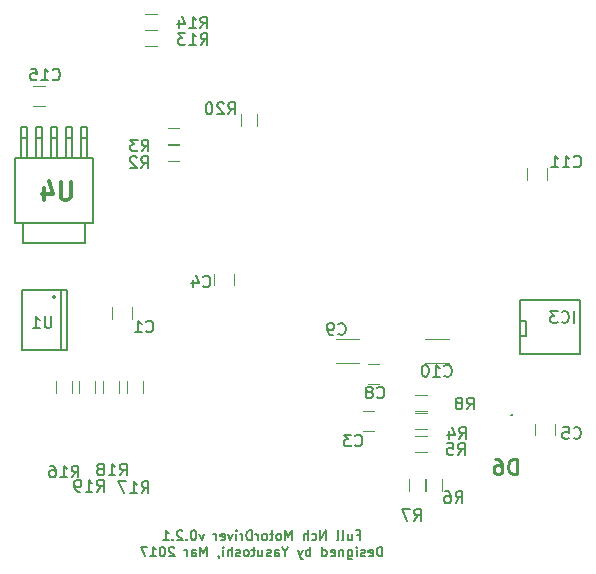
<source format=gbo>
G04 #@! TF.FileFunction,Legend,Bot*
%FSLAX46Y46*%
G04 Gerber Fmt 4.6, Leading zero omitted, Abs format (unit mm)*
G04 Created by KiCad (PCBNEW 4.0.5) date 04/04/17 09:28:52*
%MOMM*%
%LPD*%
G01*
G04 APERTURE LIST*
%ADD10C,0.100000*%
%ADD11C,0.150000*%
%ADD12C,0.254000*%
%ADD13C,0.120000*%
%ADD14C,0.304800*%
G04 APERTURE END LIST*
D10*
D11*
X199125589Y-92032343D02*
X199396522Y-92032343D01*
X199396522Y-92458095D02*
X199396522Y-91645295D01*
X199009475Y-91645295D01*
X198351493Y-91916229D02*
X198351493Y-92458095D01*
X198699836Y-91916229D02*
X198699836Y-92341981D01*
X198661131Y-92419390D01*
X198583722Y-92458095D01*
X198467608Y-92458095D01*
X198390198Y-92419390D01*
X198351493Y-92380686D01*
X197848332Y-92458095D02*
X197925741Y-92419390D01*
X197964446Y-92341981D01*
X197964446Y-91645295D01*
X197422580Y-92458095D02*
X197499989Y-92419390D01*
X197538694Y-92341981D01*
X197538694Y-91645295D01*
X196493666Y-92458095D02*
X196493666Y-91645295D01*
X196029209Y-92458095D01*
X196029209Y-91645295D01*
X195293818Y-92419390D02*
X195371228Y-92458095D01*
X195526047Y-92458095D01*
X195603456Y-92419390D01*
X195642161Y-92380686D01*
X195680866Y-92303276D01*
X195680866Y-92071048D01*
X195642161Y-91993638D01*
X195603456Y-91954933D01*
X195526047Y-91916229D01*
X195371228Y-91916229D01*
X195293818Y-91954933D01*
X194945475Y-92458095D02*
X194945475Y-91645295D01*
X194597132Y-92458095D02*
X194597132Y-92032343D01*
X194635837Y-91954933D01*
X194713247Y-91916229D01*
X194829361Y-91916229D01*
X194906770Y-91954933D01*
X194945475Y-91993638D01*
X193590809Y-92458095D02*
X193590809Y-91645295D01*
X193319876Y-92225867D01*
X193048943Y-91645295D01*
X193048943Y-92458095D01*
X192545781Y-92458095D02*
X192623190Y-92419390D01*
X192661895Y-92380686D01*
X192700600Y-92303276D01*
X192700600Y-92071048D01*
X192661895Y-91993638D01*
X192623190Y-91954933D01*
X192545781Y-91916229D01*
X192429667Y-91916229D01*
X192352257Y-91954933D01*
X192313552Y-91993638D01*
X192274848Y-92071048D01*
X192274848Y-92303276D01*
X192313552Y-92380686D01*
X192352257Y-92419390D01*
X192429667Y-92458095D01*
X192545781Y-92458095D01*
X192042619Y-91916229D02*
X191732981Y-91916229D01*
X191926505Y-91645295D02*
X191926505Y-92341981D01*
X191887800Y-92419390D01*
X191810391Y-92458095D01*
X191732981Y-92458095D01*
X191345934Y-92458095D02*
X191423343Y-92419390D01*
X191462048Y-92380686D01*
X191500753Y-92303276D01*
X191500753Y-92071048D01*
X191462048Y-91993638D01*
X191423343Y-91954933D01*
X191345934Y-91916229D01*
X191229820Y-91916229D01*
X191152410Y-91954933D01*
X191113705Y-91993638D01*
X191075001Y-92071048D01*
X191075001Y-92303276D01*
X191113705Y-92380686D01*
X191152410Y-92419390D01*
X191229820Y-92458095D01*
X191345934Y-92458095D01*
X190726658Y-92458095D02*
X190726658Y-91916229D01*
X190726658Y-92071048D02*
X190687953Y-91993638D01*
X190649249Y-91954933D01*
X190571839Y-91916229D01*
X190494430Y-91916229D01*
X190223496Y-92458095D02*
X190223496Y-91645295D01*
X190029972Y-91645295D01*
X189913858Y-91684000D01*
X189836449Y-91761410D01*
X189797744Y-91838819D01*
X189759039Y-91993638D01*
X189759039Y-92109752D01*
X189797744Y-92264571D01*
X189836449Y-92341981D01*
X189913858Y-92419390D01*
X190029972Y-92458095D01*
X190223496Y-92458095D01*
X189410696Y-92458095D02*
X189410696Y-91916229D01*
X189410696Y-92071048D02*
X189371991Y-91993638D01*
X189333287Y-91954933D01*
X189255877Y-91916229D01*
X189178468Y-91916229D01*
X188907534Y-92458095D02*
X188907534Y-91916229D01*
X188907534Y-91645295D02*
X188946239Y-91684000D01*
X188907534Y-91722705D01*
X188868829Y-91684000D01*
X188907534Y-91645295D01*
X188907534Y-91722705D01*
X188597896Y-91916229D02*
X188404372Y-92458095D01*
X188210848Y-91916229D01*
X187591572Y-92419390D02*
X187668982Y-92458095D01*
X187823801Y-92458095D01*
X187901210Y-92419390D01*
X187939915Y-92341981D01*
X187939915Y-92032343D01*
X187901210Y-91954933D01*
X187823801Y-91916229D01*
X187668982Y-91916229D01*
X187591572Y-91954933D01*
X187552867Y-92032343D01*
X187552867Y-92109752D01*
X187939915Y-92187162D01*
X187204524Y-92458095D02*
X187204524Y-91916229D01*
X187204524Y-92071048D02*
X187165819Y-91993638D01*
X187127115Y-91954933D01*
X187049705Y-91916229D01*
X186972296Y-91916229D01*
X186159496Y-91916229D02*
X185965972Y-92458095D01*
X185772448Y-91916229D01*
X185307991Y-91645295D02*
X185230582Y-91645295D01*
X185153172Y-91684000D01*
X185114467Y-91722705D01*
X185075763Y-91800114D01*
X185037058Y-91954933D01*
X185037058Y-92148457D01*
X185075763Y-92303276D01*
X185114467Y-92380686D01*
X185153172Y-92419390D01*
X185230582Y-92458095D01*
X185307991Y-92458095D01*
X185385401Y-92419390D01*
X185424105Y-92380686D01*
X185462810Y-92303276D01*
X185501515Y-92148457D01*
X185501515Y-91954933D01*
X185462810Y-91800114D01*
X185424105Y-91722705D01*
X185385401Y-91684000D01*
X185307991Y-91645295D01*
X184688715Y-92380686D02*
X184650010Y-92419390D01*
X184688715Y-92458095D01*
X184727420Y-92419390D01*
X184688715Y-92380686D01*
X184688715Y-92458095D01*
X184340372Y-91722705D02*
X184301667Y-91684000D01*
X184224258Y-91645295D01*
X184030734Y-91645295D01*
X183953324Y-91684000D01*
X183914620Y-91722705D01*
X183875915Y-91800114D01*
X183875915Y-91877524D01*
X183914620Y-91993638D01*
X184379077Y-92458095D01*
X183875915Y-92458095D01*
X183527572Y-92380686D02*
X183488867Y-92419390D01*
X183527572Y-92458095D01*
X183566277Y-92419390D01*
X183527572Y-92380686D01*
X183527572Y-92458095D01*
X182714772Y-92458095D02*
X183179229Y-92458095D01*
X182947000Y-92458095D02*
X182947000Y-91645295D01*
X183024410Y-91761410D01*
X183101819Y-91838819D01*
X183179229Y-91877524D01*
X201254350Y-93827295D02*
X201254350Y-93014495D01*
X201060826Y-93014495D01*
X200944712Y-93053200D01*
X200867303Y-93130610D01*
X200828598Y-93208019D01*
X200789893Y-93362838D01*
X200789893Y-93478952D01*
X200828598Y-93633771D01*
X200867303Y-93711181D01*
X200944712Y-93788590D01*
X201060826Y-93827295D01*
X201254350Y-93827295D01*
X200131912Y-93788590D02*
X200209322Y-93827295D01*
X200364141Y-93827295D01*
X200441550Y-93788590D01*
X200480255Y-93711181D01*
X200480255Y-93401543D01*
X200441550Y-93324133D01*
X200364141Y-93285429D01*
X200209322Y-93285429D01*
X200131912Y-93324133D01*
X200093207Y-93401543D01*
X200093207Y-93478952D01*
X200480255Y-93556362D01*
X199783569Y-93788590D02*
X199706159Y-93827295D01*
X199551340Y-93827295D01*
X199473931Y-93788590D01*
X199435226Y-93711181D01*
X199435226Y-93672476D01*
X199473931Y-93595067D01*
X199551340Y-93556362D01*
X199667455Y-93556362D01*
X199744864Y-93517657D01*
X199783569Y-93440248D01*
X199783569Y-93401543D01*
X199744864Y-93324133D01*
X199667455Y-93285429D01*
X199551340Y-93285429D01*
X199473931Y-93324133D01*
X199086883Y-93827295D02*
X199086883Y-93285429D01*
X199086883Y-93014495D02*
X199125588Y-93053200D01*
X199086883Y-93091905D01*
X199048178Y-93053200D01*
X199086883Y-93014495D01*
X199086883Y-93091905D01*
X198351492Y-93285429D02*
X198351492Y-93943410D01*
X198390197Y-94020819D01*
X198428902Y-94059524D01*
X198506311Y-94098229D01*
X198622426Y-94098229D01*
X198699835Y-94059524D01*
X198351492Y-93788590D02*
X198428902Y-93827295D01*
X198583721Y-93827295D01*
X198661130Y-93788590D01*
X198699835Y-93749886D01*
X198738540Y-93672476D01*
X198738540Y-93440248D01*
X198699835Y-93362838D01*
X198661130Y-93324133D01*
X198583721Y-93285429D01*
X198428902Y-93285429D01*
X198351492Y-93324133D01*
X197964445Y-93285429D02*
X197964445Y-93827295D01*
X197964445Y-93362838D02*
X197925740Y-93324133D01*
X197848331Y-93285429D01*
X197732217Y-93285429D01*
X197654807Y-93324133D01*
X197616102Y-93401543D01*
X197616102Y-93827295D01*
X196919417Y-93788590D02*
X196996827Y-93827295D01*
X197151646Y-93827295D01*
X197229055Y-93788590D01*
X197267760Y-93711181D01*
X197267760Y-93401543D01*
X197229055Y-93324133D01*
X197151646Y-93285429D01*
X196996827Y-93285429D01*
X196919417Y-93324133D01*
X196880712Y-93401543D01*
X196880712Y-93478952D01*
X197267760Y-93556362D01*
X196184026Y-93827295D02*
X196184026Y-93014495D01*
X196184026Y-93788590D02*
X196261436Y-93827295D01*
X196416255Y-93827295D01*
X196493664Y-93788590D01*
X196532369Y-93749886D01*
X196571074Y-93672476D01*
X196571074Y-93440248D01*
X196532369Y-93362838D01*
X196493664Y-93324133D01*
X196416255Y-93285429D01*
X196261436Y-93285429D01*
X196184026Y-93324133D01*
X195177703Y-93827295D02*
X195177703Y-93014495D01*
X195177703Y-93324133D02*
X195100294Y-93285429D01*
X194945475Y-93285429D01*
X194868065Y-93324133D01*
X194829360Y-93362838D01*
X194790656Y-93440248D01*
X194790656Y-93672476D01*
X194829360Y-93749886D01*
X194868065Y-93788590D01*
X194945475Y-93827295D01*
X195100294Y-93827295D01*
X195177703Y-93788590D01*
X194519723Y-93285429D02*
X194326199Y-93827295D01*
X194132675Y-93285429D02*
X194326199Y-93827295D01*
X194403608Y-94020819D01*
X194442313Y-94059524D01*
X194519723Y-94098229D01*
X193048942Y-93440248D02*
X193048942Y-93827295D01*
X193319875Y-93014495D02*
X193048942Y-93440248D01*
X192778009Y-93014495D01*
X192158732Y-93827295D02*
X192158732Y-93401543D01*
X192197437Y-93324133D01*
X192274847Y-93285429D01*
X192429666Y-93285429D01*
X192507075Y-93324133D01*
X192158732Y-93788590D02*
X192236142Y-93827295D01*
X192429666Y-93827295D01*
X192507075Y-93788590D01*
X192545780Y-93711181D01*
X192545780Y-93633771D01*
X192507075Y-93556362D01*
X192429666Y-93517657D01*
X192236142Y-93517657D01*
X192158732Y-93478952D01*
X191810390Y-93788590D02*
X191732980Y-93827295D01*
X191578161Y-93827295D01*
X191500752Y-93788590D01*
X191462047Y-93711181D01*
X191462047Y-93672476D01*
X191500752Y-93595067D01*
X191578161Y-93556362D01*
X191694276Y-93556362D01*
X191771685Y-93517657D01*
X191810390Y-93440248D01*
X191810390Y-93401543D01*
X191771685Y-93324133D01*
X191694276Y-93285429D01*
X191578161Y-93285429D01*
X191500752Y-93324133D01*
X190765361Y-93285429D02*
X190765361Y-93827295D01*
X191113704Y-93285429D02*
X191113704Y-93711181D01*
X191074999Y-93788590D01*
X190997590Y-93827295D01*
X190881476Y-93827295D01*
X190804066Y-93788590D01*
X190765361Y-93749886D01*
X190494428Y-93285429D02*
X190184790Y-93285429D01*
X190378314Y-93014495D02*
X190378314Y-93711181D01*
X190339609Y-93788590D01*
X190262200Y-93827295D01*
X190184790Y-93827295D01*
X189797743Y-93827295D02*
X189875152Y-93788590D01*
X189913857Y-93749886D01*
X189952562Y-93672476D01*
X189952562Y-93440248D01*
X189913857Y-93362838D01*
X189875152Y-93324133D01*
X189797743Y-93285429D01*
X189681629Y-93285429D01*
X189604219Y-93324133D01*
X189565514Y-93362838D01*
X189526810Y-93440248D01*
X189526810Y-93672476D01*
X189565514Y-93749886D01*
X189604219Y-93788590D01*
X189681629Y-93827295D01*
X189797743Y-93827295D01*
X189217172Y-93788590D02*
X189139762Y-93827295D01*
X188984943Y-93827295D01*
X188907534Y-93788590D01*
X188868829Y-93711181D01*
X188868829Y-93672476D01*
X188907534Y-93595067D01*
X188984943Y-93556362D01*
X189101058Y-93556362D01*
X189178467Y-93517657D01*
X189217172Y-93440248D01*
X189217172Y-93401543D01*
X189178467Y-93324133D01*
X189101058Y-93285429D01*
X188984943Y-93285429D01*
X188907534Y-93324133D01*
X188520486Y-93827295D02*
X188520486Y-93014495D01*
X188172143Y-93827295D02*
X188172143Y-93401543D01*
X188210848Y-93324133D01*
X188288258Y-93285429D01*
X188404372Y-93285429D01*
X188481781Y-93324133D01*
X188520486Y-93362838D01*
X187785096Y-93827295D02*
X187785096Y-93285429D01*
X187785096Y-93014495D02*
X187823801Y-93053200D01*
X187785096Y-93091905D01*
X187746391Y-93053200D01*
X187785096Y-93014495D01*
X187785096Y-93091905D01*
X187359343Y-93788590D02*
X187359343Y-93827295D01*
X187398048Y-93904705D01*
X187436753Y-93943410D01*
X186391724Y-93827295D02*
X186391724Y-93014495D01*
X186120791Y-93595067D01*
X185849858Y-93014495D01*
X185849858Y-93827295D01*
X185114467Y-93827295D02*
X185114467Y-93401543D01*
X185153172Y-93324133D01*
X185230582Y-93285429D01*
X185385401Y-93285429D01*
X185462810Y-93324133D01*
X185114467Y-93788590D02*
X185191877Y-93827295D01*
X185385401Y-93827295D01*
X185462810Y-93788590D01*
X185501515Y-93711181D01*
X185501515Y-93633771D01*
X185462810Y-93556362D01*
X185385401Y-93517657D01*
X185191877Y-93517657D01*
X185114467Y-93478952D01*
X184727420Y-93827295D02*
X184727420Y-93285429D01*
X184727420Y-93440248D02*
X184688715Y-93362838D01*
X184650011Y-93324133D01*
X184572601Y-93285429D01*
X184495192Y-93285429D01*
X183643687Y-93091905D02*
X183604982Y-93053200D01*
X183527573Y-93014495D01*
X183334049Y-93014495D01*
X183256639Y-93053200D01*
X183217935Y-93091905D01*
X183179230Y-93169314D01*
X183179230Y-93246724D01*
X183217935Y-93362838D01*
X183682392Y-93827295D01*
X183179230Y-93827295D01*
X182676068Y-93014495D02*
X182598659Y-93014495D01*
X182521249Y-93053200D01*
X182482544Y-93091905D01*
X182443840Y-93169314D01*
X182405135Y-93324133D01*
X182405135Y-93517657D01*
X182443840Y-93672476D01*
X182482544Y-93749886D01*
X182521249Y-93788590D01*
X182598659Y-93827295D01*
X182676068Y-93827295D01*
X182753478Y-93788590D01*
X182792182Y-93749886D01*
X182830887Y-93672476D01*
X182869592Y-93517657D01*
X182869592Y-93324133D01*
X182830887Y-93169314D01*
X182792182Y-93091905D01*
X182753478Y-93053200D01*
X182676068Y-93014495D01*
X181631040Y-93827295D02*
X182095497Y-93827295D01*
X181863268Y-93827295D02*
X181863268Y-93014495D01*
X181940678Y-93130610D01*
X182018087Y-93208019D01*
X182095497Y-93246724D01*
X181360107Y-93014495D02*
X180818240Y-93014495D01*
X181166583Y-93827295D01*
X212950000Y-76676000D02*
X218030000Y-76676000D01*
X218030000Y-76676000D02*
X218030000Y-72104000D01*
X218030000Y-72104000D02*
X212950000Y-72104000D01*
X212950000Y-72104000D02*
X212950000Y-76676000D01*
X212950000Y-75152000D02*
X213458000Y-75152000D01*
X213458000Y-75152000D02*
X213458000Y-73882000D01*
X213458000Y-73882000D02*
X212950000Y-73882000D01*
X173589000Y-71895000D02*
G75*
G03X173589000Y-71895000I-127000J0D01*
G01*
X174097000Y-71260000D02*
X174097000Y-76340000D01*
X170795000Y-71260000D02*
X170795000Y-76340000D01*
X174605000Y-71260000D02*
X174605000Y-76340000D01*
X174605000Y-71260000D02*
X170795000Y-71260000D01*
X174605000Y-76340000D02*
X170795000Y-76340000D01*
D12*
X212232000Y-81885000D02*
G75*
G03X212232000Y-81885000I-46000J0D01*
G01*
D13*
X214200000Y-83600000D02*
X214200000Y-82600000D01*
X215900000Y-82600000D02*
X215900000Y-83600000D01*
X204035000Y-81505000D02*
X205035000Y-81505000D01*
X205035000Y-80145000D02*
X204035000Y-80145000D01*
X205065000Y-83615000D02*
X204065000Y-83615000D01*
X204065000Y-84975000D02*
X205065000Y-84975000D01*
X204055000Y-83075000D02*
X205055000Y-83075000D01*
X205055000Y-81715000D02*
X204055000Y-81715000D01*
X213526000Y-61968000D02*
X213526000Y-60968000D01*
X215226000Y-60968000D02*
X215226000Y-61968000D01*
X206875000Y-77445000D02*
X204875000Y-77445000D01*
X204875000Y-75405000D02*
X206875000Y-75405000D01*
X197325000Y-75455000D02*
X199325000Y-75455000D01*
X199325000Y-77495000D02*
X197325000Y-77495000D01*
X201025000Y-79275000D02*
X200025000Y-79275000D01*
X200025000Y-77575000D02*
X201025000Y-77575000D01*
X176980000Y-80000000D02*
X176980000Y-79000000D01*
X175620000Y-79000000D02*
X175620000Y-80000000D01*
X178980000Y-80000000D02*
X178980000Y-79000000D01*
X177620000Y-79000000D02*
X177620000Y-80000000D01*
X180980000Y-80000000D02*
X180980000Y-79000000D01*
X179620000Y-79000000D02*
X179620000Y-80000000D01*
X174980000Y-80000000D02*
X174980000Y-79000000D01*
X173620000Y-79000000D02*
X173620000Y-80000000D01*
D11*
X170885000Y-65625000D02*
X170885000Y-67325000D01*
X170885000Y-67325000D02*
X176085000Y-67325000D01*
X176085000Y-67325000D02*
X176085000Y-65635000D01*
X170685000Y-60125000D02*
X170175000Y-60125000D01*
X170175000Y-60125000D02*
X170185000Y-65625000D01*
X170185000Y-65625000D02*
X176785000Y-65625000D01*
X176785000Y-65625000D02*
X176785000Y-60125000D01*
X176785000Y-60125000D02*
X176255000Y-60125000D01*
X175765000Y-58835000D02*
X175765000Y-60115000D01*
X174995000Y-58825000D02*
X174995000Y-60125000D01*
X174495000Y-58825000D02*
X174495000Y-60125000D01*
X173725000Y-58815000D02*
X173725000Y-60115000D01*
X173225000Y-58825000D02*
X173225000Y-60125000D01*
X172455000Y-58835000D02*
X172455000Y-60125000D01*
X171955000Y-58835000D02*
X171955000Y-60115000D01*
X171185000Y-58825000D02*
X171185000Y-60125000D01*
X170685000Y-58425000D02*
X170685000Y-60125000D01*
X170685000Y-60125000D02*
X176265000Y-60125000D01*
X176265000Y-60125000D02*
X176265000Y-58805000D01*
X176265000Y-58425000D02*
X176265000Y-58825000D01*
X175765000Y-58425000D02*
X175765000Y-58825000D01*
X176265000Y-57525000D02*
X176265000Y-58425000D01*
X175765000Y-57525000D02*
X176265000Y-57525000D01*
X175765000Y-58425000D02*
X175765000Y-57525000D01*
X175765000Y-58425000D02*
X176265000Y-58425000D01*
X173725000Y-58425000D02*
X173725000Y-58825000D01*
X173225000Y-58425000D02*
X173225000Y-58825000D01*
X173725000Y-57525000D02*
X173725000Y-58425000D01*
X173225000Y-57525000D02*
X173725000Y-57525000D01*
X173225000Y-58425000D02*
X173225000Y-57525000D01*
X173225000Y-58425000D02*
X173725000Y-58425000D01*
X174495000Y-58425000D02*
X174995000Y-58425000D01*
X174495000Y-58425000D02*
X174495000Y-57525000D01*
X174495000Y-57525000D02*
X174995000Y-57525000D01*
X174995000Y-57525000D02*
X174995000Y-58425000D01*
X174495000Y-58425000D02*
X174495000Y-58825000D01*
X174995000Y-58425000D02*
X174995000Y-58825000D01*
X172455000Y-58425000D02*
X172455000Y-58825000D01*
X171955000Y-58425000D02*
X171955000Y-58825000D01*
X172455000Y-57525000D02*
X172455000Y-58425000D01*
X171955000Y-57525000D02*
X172455000Y-57525000D01*
X171955000Y-58425000D02*
X171955000Y-57525000D01*
X171955000Y-58425000D02*
X172455000Y-58425000D01*
X170685000Y-58425000D02*
X171185000Y-58425000D01*
X170685000Y-58425000D02*
X170685000Y-57525000D01*
X170685000Y-57525000D02*
X171185000Y-57525000D01*
X171185000Y-57525000D02*
X171185000Y-58425000D01*
X170685000Y-58425000D02*
X170685000Y-58825000D01*
X171185000Y-58425000D02*
X171185000Y-58825000D01*
D13*
X182200000Y-47920000D02*
X181200000Y-47920000D01*
X181200000Y-49280000D02*
X182200000Y-49280000D01*
X182200000Y-49270000D02*
X181200000Y-49270000D01*
X181200000Y-50630000D02*
X182200000Y-50630000D01*
X204905000Y-88275000D02*
X204905000Y-87275000D01*
X203545000Y-87275000D02*
X203545000Y-88275000D01*
X206355000Y-88325000D02*
X206355000Y-87325000D01*
X204995000Y-87325000D02*
X204995000Y-88325000D01*
X184095000Y-57535000D02*
X183095000Y-57535000D01*
X183095000Y-58895000D02*
X184095000Y-58895000D01*
X184095000Y-59025000D02*
X183095000Y-59025000D01*
X183095000Y-60385000D02*
X184095000Y-60385000D01*
X172705000Y-55727000D02*
X171705000Y-55727000D01*
X171705000Y-54027000D02*
X172705000Y-54027000D01*
X187050000Y-70900000D02*
X187050000Y-69900000D01*
X188750000Y-69900000D02*
X188750000Y-70900000D01*
X199605000Y-81545000D02*
X200605000Y-81545000D01*
X200605000Y-83245000D02*
X199605000Y-83245000D01*
X180050000Y-72700000D02*
X180050000Y-73700000D01*
X178350000Y-73700000D02*
X178350000Y-72700000D01*
X189320000Y-56375000D02*
X189320000Y-57375000D01*
X190680000Y-57375000D02*
X190680000Y-56375000D01*
D11*
X217489190Y-74067381D02*
X217489190Y-73067381D01*
X216441571Y-73972143D02*
X216489190Y-74019762D01*
X216632047Y-74067381D01*
X216727285Y-74067381D01*
X216870143Y-74019762D01*
X216965381Y-73924524D01*
X217013000Y-73829286D01*
X217060619Y-73638810D01*
X217060619Y-73495952D01*
X217013000Y-73305476D01*
X216965381Y-73210238D01*
X216870143Y-73115000D01*
X216727285Y-73067381D01*
X216632047Y-73067381D01*
X216489190Y-73115000D01*
X216441571Y-73162619D01*
X216108238Y-73067381D02*
X215489190Y-73067381D01*
X215822524Y-73448333D01*
X215679666Y-73448333D01*
X215584428Y-73495952D01*
X215536809Y-73543571D01*
X215489190Y-73638810D01*
X215489190Y-73876905D01*
X215536809Y-73972143D01*
X215584428Y-74019762D01*
X215679666Y-74067381D01*
X215965381Y-74067381D01*
X216060619Y-74019762D01*
X216108238Y-73972143D01*
X173241905Y-73502381D02*
X173241905Y-74311905D01*
X173194286Y-74407143D01*
X173146667Y-74454762D01*
X173051429Y-74502381D01*
X172860952Y-74502381D01*
X172765714Y-74454762D01*
X172718095Y-74407143D01*
X172670476Y-74311905D01*
X172670476Y-73502381D01*
X171670476Y-74502381D02*
X172241905Y-74502381D01*
X171956191Y-74502381D02*
X171956191Y-73502381D01*
X172051429Y-73645238D01*
X172146667Y-73740476D01*
X172241905Y-73788095D01*
D12*
X212637381Y-86874524D02*
X212637381Y-85604524D01*
X212335000Y-85604524D01*
X212153572Y-85665000D01*
X212032619Y-85785952D01*
X211972143Y-85906905D01*
X211911667Y-86148810D01*
X211911667Y-86330238D01*
X211972143Y-86572143D01*
X212032619Y-86693095D01*
X212153572Y-86814048D01*
X212335000Y-86874524D01*
X212637381Y-86874524D01*
X210823095Y-85604524D02*
X211065000Y-85604524D01*
X211185952Y-85665000D01*
X211246429Y-85725476D01*
X211367381Y-85906905D01*
X211427857Y-86148810D01*
X211427857Y-86632619D01*
X211367381Y-86753571D01*
X211306905Y-86814048D01*
X211185952Y-86874524D01*
X210944048Y-86874524D01*
X210823095Y-86814048D01*
X210762619Y-86753571D01*
X210702143Y-86632619D01*
X210702143Y-86330238D01*
X210762619Y-86209286D01*
X210823095Y-86148810D01*
X210944048Y-86088333D01*
X211185952Y-86088333D01*
X211306905Y-86148810D01*
X211367381Y-86209286D01*
X211427857Y-86330238D01*
D11*
X217466666Y-83807143D02*
X217514285Y-83854762D01*
X217657142Y-83902381D01*
X217752380Y-83902381D01*
X217895238Y-83854762D01*
X217990476Y-83759524D01*
X218038095Y-83664286D01*
X218085714Y-83473810D01*
X218085714Y-83330952D01*
X218038095Y-83140476D01*
X217990476Y-83045238D01*
X217895238Y-82950000D01*
X217752380Y-82902381D01*
X217657142Y-82902381D01*
X217514285Y-82950000D01*
X217466666Y-82997619D01*
X216561904Y-82902381D02*
X217038095Y-82902381D01*
X217085714Y-83378571D01*
X217038095Y-83330952D01*
X216942857Y-83283333D01*
X216704761Y-83283333D01*
X216609523Y-83330952D01*
X216561904Y-83378571D01*
X216514285Y-83473810D01*
X216514285Y-83711905D01*
X216561904Y-83807143D01*
X216609523Y-83854762D01*
X216704761Y-83902381D01*
X216942857Y-83902381D01*
X217038095Y-83854762D01*
X217085714Y-83807143D01*
X208416666Y-81402381D02*
X208750000Y-80926190D01*
X208988095Y-81402381D02*
X208988095Y-80402381D01*
X208607142Y-80402381D01*
X208511904Y-80450000D01*
X208464285Y-80497619D01*
X208416666Y-80592857D01*
X208416666Y-80735714D01*
X208464285Y-80830952D01*
X208511904Y-80878571D01*
X208607142Y-80926190D01*
X208988095Y-80926190D01*
X207845238Y-80830952D02*
X207940476Y-80783333D01*
X207988095Y-80735714D01*
X208035714Y-80640476D01*
X208035714Y-80592857D01*
X207988095Y-80497619D01*
X207940476Y-80450000D01*
X207845238Y-80402381D01*
X207654761Y-80402381D01*
X207559523Y-80450000D01*
X207511904Y-80497619D01*
X207464285Y-80592857D01*
X207464285Y-80640476D01*
X207511904Y-80735714D01*
X207559523Y-80783333D01*
X207654761Y-80830952D01*
X207845238Y-80830952D01*
X207940476Y-80878571D01*
X207988095Y-80926190D01*
X208035714Y-81021429D01*
X208035714Y-81211905D01*
X207988095Y-81307143D01*
X207940476Y-81354762D01*
X207845238Y-81402381D01*
X207654761Y-81402381D01*
X207559523Y-81354762D01*
X207511904Y-81307143D01*
X207464285Y-81211905D01*
X207464285Y-81021429D01*
X207511904Y-80926190D01*
X207559523Y-80878571D01*
X207654761Y-80830952D01*
X207666666Y-85252381D02*
X208000000Y-84776190D01*
X208238095Y-85252381D02*
X208238095Y-84252381D01*
X207857142Y-84252381D01*
X207761904Y-84300000D01*
X207714285Y-84347619D01*
X207666666Y-84442857D01*
X207666666Y-84585714D01*
X207714285Y-84680952D01*
X207761904Y-84728571D01*
X207857142Y-84776190D01*
X208238095Y-84776190D01*
X206761904Y-84252381D02*
X207238095Y-84252381D01*
X207285714Y-84728571D01*
X207238095Y-84680952D01*
X207142857Y-84633333D01*
X206904761Y-84633333D01*
X206809523Y-84680952D01*
X206761904Y-84728571D01*
X206714285Y-84823810D01*
X206714285Y-85061905D01*
X206761904Y-85157143D01*
X206809523Y-85204762D01*
X206904761Y-85252381D01*
X207142857Y-85252381D01*
X207238095Y-85204762D01*
X207285714Y-85157143D01*
X207766666Y-83902381D02*
X208100000Y-83426190D01*
X208338095Y-83902381D02*
X208338095Y-82902381D01*
X207957142Y-82902381D01*
X207861904Y-82950000D01*
X207814285Y-82997619D01*
X207766666Y-83092857D01*
X207766666Y-83235714D01*
X207814285Y-83330952D01*
X207861904Y-83378571D01*
X207957142Y-83426190D01*
X208338095Y-83426190D01*
X206909523Y-83235714D02*
X206909523Y-83902381D01*
X207147619Y-82854762D02*
X207385714Y-83569048D01*
X206766666Y-83569048D01*
X217480857Y-60809143D02*
X217528476Y-60856762D01*
X217671333Y-60904381D01*
X217766571Y-60904381D01*
X217909429Y-60856762D01*
X218004667Y-60761524D01*
X218052286Y-60666286D01*
X218099905Y-60475810D01*
X218099905Y-60332952D01*
X218052286Y-60142476D01*
X218004667Y-60047238D01*
X217909429Y-59952000D01*
X217766571Y-59904381D01*
X217671333Y-59904381D01*
X217528476Y-59952000D01*
X217480857Y-59999619D01*
X216528476Y-60904381D02*
X217099905Y-60904381D01*
X216814191Y-60904381D02*
X216814191Y-59904381D01*
X216909429Y-60047238D01*
X217004667Y-60142476D01*
X217099905Y-60190095D01*
X215576095Y-60904381D02*
X216147524Y-60904381D01*
X215861810Y-60904381D02*
X215861810Y-59904381D01*
X215957048Y-60047238D01*
X216052286Y-60142476D01*
X216147524Y-60190095D01*
X206517857Y-78532143D02*
X206565476Y-78579762D01*
X206708333Y-78627381D01*
X206803571Y-78627381D01*
X206946429Y-78579762D01*
X207041667Y-78484524D01*
X207089286Y-78389286D01*
X207136905Y-78198810D01*
X207136905Y-78055952D01*
X207089286Y-77865476D01*
X207041667Y-77770238D01*
X206946429Y-77675000D01*
X206803571Y-77627381D01*
X206708333Y-77627381D01*
X206565476Y-77675000D01*
X206517857Y-77722619D01*
X205565476Y-78627381D02*
X206136905Y-78627381D01*
X205851191Y-78627381D02*
X205851191Y-77627381D01*
X205946429Y-77770238D01*
X206041667Y-77865476D01*
X206136905Y-77913095D01*
X204946429Y-77627381D02*
X204851190Y-77627381D01*
X204755952Y-77675000D01*
X204708333Y-77722619D01*
X204660714Y-77817857D01*
X204613095Y-78008333D01*
X204613095Y-78246429D01*
X204660714Y-78436905D01*
X204708333Y-78532143D01*
X204755952Y-78579762D01*
X204851190Y-78627381D01*
X204946429Y-78627381D01*
X205041667Y-78579762D01*
X205089286Y-78532143D01*
X205136905Y-78436905D01*
X205184524Y-78246429D01*
X205184524Y-78008333D01*
X205136905Y-77817857D01*
X205089286Y-77722619D01*
X205041667Y-77675000D01*
X204946429Y-77627381D01*
X197541666Y-74982143D02*
X197589285Y-75029762D01*
X197732142Y-75077381D01*
X197827380Y-75077381D01*
X197970238Y-75029762D01*
X198065476Y-74934524D01*
X198113095Y-74839286D01*
X198160714Y-74648810D01*
X198160714Y-74505952D01*
X198113095Y-74315476D01*
X198065476Y-74220238D01*
X197970238Y-74125000D01*
X197827380Y-74077381D01*
X197732142Y-74077381D01*
X197589285Y-74125000D01*
X197541666Y-74172619D01*
X197065476Y-75077381D02*
X196875000Y-75077381D01*
X196779761Y-75029762D01*
X196732142Y-74982143D01*
X196636904Y-74839286D01*
X196589285Y-74648810D01*
X196589285Y-74267857D01*
X196636904Y-74172619D01*
X196684523Y-74125000D01*
X196779761Y-74077381D01*
X196970238Y-74077381D01*
X197065476Y-74125000D01*
X197113095Y-74172619D01*
X197160714Y-74267857D01*
X197160714Y-74505952D01*
X197113095Y-74601190D01*
X197065476Y-74648810D01*
X196970238Y-74696429D01*
X196779761Y-74696429D01*
X196684523Y-74648810D01*
X196636904Y-74601190D01*
X196589285Y-74505952D01*
X200826666Y-80367143D02*
X200874285Y-80414762D01*
X201017142Y-80462381D01*
X201112380Y-80462381D01*
X201255238Y-80414762D01*
X201350476Y-80319524D01*
X201398095Y-80224286D01*
X201445714Y-80033810D01*
X201445714Y-79890952D01*
X201398095Y-79700476D01*
X201350476Y-79605238D01*
X201255238Y-79510000D01*
X201112380Y-79462381D01*
X201017142Y-79462381D01*
X200874285Y-79510000D01*
X200826666Y-79557619D01*
X200255238Y-79890952D02*
X200350476Y-79843333D01*
X200398095Y-79795714D01*
X200445714Y-79700476D01*
X200445714Y-79652857D01*
X200398095Y-79557619D01*
X200350476Y-79510000D01*
X200255238Y-79462381D01*
X200064761Y-79462381D01*
X199969523Y-79510000D01*
X199921904Y-79557619D01*
X199874285Y-79652857D01*
X199874285Y-79700476D01*
X199921904Y-79795714D01*
X199969523Y-79843333D01*
X200064761Y-79890952D01*
X200255238Y-79890952D01*
X200350476Y-79938571D01*
X200398095Y-79986190D01*
X200445714Y-80081429D01*
X200445714Y-80271905D01*
X200398095Y-80367143D01*
X200350476Y-80414762D01*
X200255238Y-80462381D01*
X200064761Y-80462381D01*
X199969523Y-80414762D01*
X199921904Y-80367143D01*
X199874285Y-80271905D01*
X199874285Y-80081429D01*
X199921904Y-79986190D01*
X199969523Y-79938571D01*
X200064761Y-79890952D01*
X177102857Y-88352381D02*
X177436191Y-87876190D01*
X177674286Y-88352381D02*
X177674286Y-87352381D01*
X177293333Y-87352381D01*
X177198095Y-87400000D01*
X177150476Y-87447619D01*
X177102857Y-87542857D01*
X177102857Y-87685714D01*
X177150476Y-87780952D01*
X177198095Y-87828571D01*
X177293333Y-87876190D01*
X177674286Y-87876190D01*
X176150476Y-88352381D02*
X176721905Y-88352381D01*
X176436191Y-88352381D02*
X176436191Y-87352381D01*
X176531429Y-87495238D01*
X176626667Y-87590476D01*
X176721905Y-87638095D01*
X175674286Y-88352381D02*
X175483810Y-88352381D01*
X175388571Y-88304762D01*
X175340952Y-88257143D01*
X175245714Y-88114286D01*
X175198095Y-87923810D01*
X175198095Y-87542857D01*
X175245714Y-87447619D01*
X175293333Y-87400000D01*
X175388571Y-87352381D01*
X175579048Y-87352381D01*
X175674286Y-87400000D01*
X175721905Y-87447619D01*
X175769524Y-87542857D01*
X175769524Y-87780952D01*
X175721905Y-87876190D01*
X175674286Y-87923810D01*
X175579048Y-87971429D01*
X175388571Y-87971429D01*
X175293333Y-87923810D01*
X175245714Y-87876190D01*
X175198095Y-87780952D01*
X179042857Y-86982381D02*
X179376191Y-86506190D01*
X179614286Y-86982381D02*
X179614286Y-85982381D01*
X179233333Y-85982381D01*
X179138095Y-86030000D01*
X179090476Y-86077619D01*
X179042857Y-86172857D01*
X179042857Y-86315714D01*
X179090476Y-86410952D01*
X179138095Y-86458571D01*
X179233333Y-86506190D01*
X179614286Y-86506190D01*
X178090476Y-86982381D02*
X178661905Y-86982381D01*
X178376191Y-86982381D02*
X178376191Y-85982381D01*
X178471429Y-86125238D01*
X178566667Y-86220476D01*
X178661905Y-86268095D01*
X177519048Y-86410952D02*
X177614286Y-86363333D01*
X177661905Y-86315714D01*
X177709524Y-86220476D01*
X177709524Y-86172857D01*
X177661905Y-86077619D01*
X177614286Y-86030000D01*
X177519048Y-85982381D01*
X177328571Y-85982381D01*
X177233333Y-86030000D01*
X177185714Y-86077619D01*
X177138095Y-86172857D01*
X177138095Y-86220476D01*
X177185714Y-86315714D01*
X177233333Y-86363333D01*
X177328571Y-86410952D01*
X177519048Y-86410952D01*
X177614286Y-86458571D01*
X177661905Y-86506190D01*
X177709524Y-86601429D01*
X177709524Y-86791905D01*
X177661905Y-86887143D01*
X177614286Y-86934762D01*
X177519048Y-86982381D01*
X177328571Y-86982381D01*
X177233333Y-86934762D01*
X177185714Y-86887143D01*
X177138095Y-86791905D01*
X177138095Y-86601429D01*
X177185714Y-86506190D01*
X177233333Y-86458571D01*
X177328571Y-86410952D01*
X180882857Y-88492381D02*
X181216191Y-88016190D01*
X181454286Y-88492381D02*
X181454286Y-87492381D01*
X181073333Y-87492381D01*
X180978095Y-87540000D01*
X180930476Y-87587619D01*
X180882857Y-87682857D01*
X180882857Y-87825714D01*
X180930476Y-87920952D01*
X180978095Y-87968571D01*
X181073333Y-88016190D01*
X181454286Y-88016190D01*
X179930476Y-88492381D02*
X180501905Y-88492381D01*
X180216191Y-88492381D02*
X180216191Y-87492381D01*
X180311429Y-87635238D01*
X180406667Y-87730476D01*
X180501905Y-87778095D01*
X179597143Y-87492381D02*
X178930476Y-87492381D01*
X179359048Y-88492381D01*
X174962857Y-87152381D02*
X175296191Y-86676190D01*
X175534286Y-87152381D02*
X175534286Y-86152381D01*
X175153333Y-86152381D01*
X175058095Y-86200000D01*
X175010476Y-86247619D01*
X174962857Y-86342857D01*
X174962857Y-86485714D01*
X175010476Y-86580952D01*
X175058095Y-86628571D01*
X175153333Y-86676190D01*
X175534286Y-86676190D01*
X174010476Y-87152381D02*
X174581905Y-87152381D01*
X174296191Y-87152381D02*
X174296191Y-86152381D01*
X174391429Y-86295238D01*
X174486667Y-86390476D01*
X174581905Y-86438095D01*
X173153333Y-86152381D02*
X173343810Y-86152381D01*
X173439048Y-86200000D01*
X173486667Y-86247619D01*
X173581905Y-86390476D01*
X173629524Y-86580952D01*
X173629524Y-86961905D01*
X173581905Y-87057143D01*
X173534286Y-87104762D01*
X173439048Y-87152381D01*
X173248571Y-87152381D01*
X173153333Y-87104762D01*
X173105714Y-87057143D01*
X173058095Y-86961905D01*
X173058095Y-86723810D01*
X173105714Y-86628571D01*
X173153333Y-86580952D01*
X173248571Y-86533333D01*
X173439048Y-86533333D01*
X173534286Y-86580952D01*
X173581905Y-86628571D01*
X173629524Y-86723810D01*
D14*
X174897143Y-62157429D02*
X174897143Y-63391143D01*
X174824571Y-63536286D01*
X174752000Y-63608857D01*
X174606857Y-63681429D01*
X174316571Y-63681429D01*
X174171429Y-63608857D01*
X174098857Y-63536286D01*
X174026286Y-63391143D01*
X174026286Y-62157429D01*
X172647429Y-62665429D02*
X172647429Y-63681429D01*
X173010286Y-62084857D02*
X173373143Y-63173429D01*
X172429715Y-63173429D01*
D11*
X185872857Y-49132381D02*
X186206191Y-48656190D01*
X186444286Y-49132381D02*
X186444286Y-48132381D01*
X186063333Y-48132381D01*
X185968095Y-48180000D01*
X185920476Y-48227619D01*
X185872857Y-48322857D01*
X185872857Y-48465714D01*
X185920476Y-48560952D01*
X185968095Y-48608571D01*
X186063333Y-48656190D01*
X186444286Y-48656190D01*
X184920476Y-49132381D02*
X185491905Y-49132381D01*
X185206191Y-49132381D02*
X185206191Y-48132381D01*
X185301429Y-48275238D01*
X185396667Y-48370476D01*
X185491905Y-48418095D01*
X184063333Y-48465714D02*
X184063333Y-49132381D01*
X184301429Y-48084762D02*
X184539524Y-48799048D01*
X183920476Y-48799048D01*
X185882857Y-50532381D02*
X186216191Y-50056190D01*
X186454286Y-50532381D02*
X186454286Y-49532381D01*
X186073333Y-49532381D01*
X185978095Y-49580000D01*
X185930476Y-49627619D01*
X185882857Y-49722857D01*
X185882857Y-49865714D01*
X185930476Y-49960952D01*
X185978095Y-50008571D01*
X186073333Y-50056190D01*
X186454286Y-50056190D01*
X184930476Y-50532381D02*
X185501905Y-50532381D01*
X185216191Y-50532381D02*
X185216191Y-49532381D01*
X185311429Y-49675238D01*
X185406667Y-49770476D01*
X185501905Y-49818095D01*
X184597143Y-49532381D02*
X183978095Y-49532381D01*
X184311429Y-49913333D01*
X184168571Y-49913333D01*
X184073333Y-49960952D01*
X184025714Y-50008571D01*
X183978095Y-50103810D01*
X183978095Y-50341905D01*
X184025714Y-50437143D01*
X184073333Y-50484762D01*
X184168571Y-50532381D01*
X184454286Y-50532381D01*
X184549524Y-50484762D01*
X184597143Y-50437143D01*
X203966666Y-90827381D02*
X204300000Y-90351190D01*
X204538095Y-90827381D02*
X204538095Y-89827381D01*
X204157142Y-89827381D01*
X204061904Y-89875000D01*
X204014285Y-89922619D01*
X203966666Y-90017857D01*
X203966666Y-90160714D01*
X204014285Y-90255952D01*
X204061904Y-90303571D01*
X204157142Y-90351190D01*
X204538095Y-90351190D01*
X203633333Y-89827381D02*
X202966666Y-89827381D01*
X203395238Y-90827381D01*
X207466666Y-89327381D02*
X207800000Y-88851190D01*
X208038095Y-89327381D02*
X208038095Y-88327381D01*
X207657142Y-88327381D01*
X207561904Y-88375000D01*
X207514285Y-88422619D01*
X207466666Y-88517857D01*
X207466666Y-88660714D01*
X207514285Y-88755952D01*
X207561904Y-88803571D01*
X207657142Y-88851190D01*
X208038095Y-88851190D01*
X206609523Y-88327381D02*
X206800000Y-88327381D01*
X206895238Y-88375000D01*
X206942857Y-88422619D01*
X207038095Y-88565476D01*
X207085714Y-88755952D01*
X207085714Y-89136905D01*
X207038095Y-89232143D01*
X206990476Y-89279762D01*
X206895238Y-89327381D01*
X206704761Y-89327381D01*
X206609523Y-89279762D01*
X206561904Y-89232143D01*
X206514285Y-89136905D01*
X206514285Y-88898810D01*
X206561904Y-88803571D01*
X206609523Y-88755952D01*
X206704761Y-88708333D01*
X206895238Y-88708333D01*
X206990476Y-88755952D01*
X207038095Y-88803571D01*
X207085714Y-88898810D01*
X180891666Y-59552381D02*
X181225000Y-59076190D01*
X181463095Y-59552381D02*
X181463095Y-58552381D01*
X181082142Y-58552381D01*
X180986904Y-58600000D01*
X180939285Y-58647619D01*
X180891666Y-58742857D01*
X180891666Y-58885714D01*
X180939285Y-58980952D01*
X180986904Y-59028571D01*
X181082142Y-59076190D01*
X181463095Y-59076190D01*
X180558333Y-58552381D02*
X179939285Y-58552381D01*
X180272619Y-58933333D01*
X180129761Y-58933333D01*
X180034523Y-58980952D01*
X179986904Y-59028571D01*
X179939285Y-59123810D01*
X179939285Y-59361905D01*
X179986904Y-59457143D01*
X180034523Y-59504762D01*
X180129761Y-59552381D01*
X180415476Y-59552381D01*
X180510714Y-59504762D01*
X180558333Y-59457143D01*
X180841666Y-60977381D02*
X181175000Y-60501190D01*
X181413095Y-60977381D02*
X181413095Y-59977381D01*
X181032142Y-59977381D01*
X180936904Y-60025000D01*
X180889285Y-60072619D01*
X180841666Y-60167857D01*
X180841666Y-60310714D01*
X180889285Y-60405952D01*
X180936904Y-60453571D01*
X181032142Y-60501190D01*
X181413095Y-60501190D01*
X180460714Y-60072619D02*
X180413095Y-60025000D01*
X180317857Y-59977381D01*
X180079761Y-59977381D01*
X179984523Y-60025000D01*
X179936904Y-60072619D01*
X179889285Y-60167857D01*
X179889285Y-60263095D01*
X179936904Y-60405952D01*
X180508333Y-60977381D01*
X179889285Y-60977381D01*
X173362857Y-53443143D02*
X173410476Y-53490762D01*
X173553333Y-53538381D01*
X173648571Y-53538381D01*
X173791429Y-53490762D01*
X173886667Y-53395524D01*
X173934286Y-53300286D01*
X173981905Y-53109810D01*
X173981905Y-52966952D01*
X173934286Y-52776476D01*
X173886667Y-52681238D01*
X173791429Y-52586000D01*
X173648571Y-52538381D01*
X173553333Y-52538381D01*
X173410476Y-52586000D01*
X173362857Y-52633619D01*
X172410476Y-53538381D02*
X172981905Y-53538381D01*
X172696191Y-53538381D02*
X172696191Y-52538381D01*
X172791429Y-52681238D01*
X172886667Y-52776476D01*
X172981905Y-52824095D01*
X171505714Y-52538381D02*
X171981905Y-52538381D01*
X172029524Y-53014571D01*
X171981905Y-52966952D01*
X171886667Y-52919333D01*
X171648571Y-52919333D01*
X171553333Y-52966952D01*
X171505714Y-53014571D01*
X171458095Y-53109810D01*
X171458095Y-53347905D01*
X171505714Y-53443143D01*
X171553333Y-53490762D01*
X171648571Y-53538381D01*
X171886667Y-53538381D01*
X171981905Y-53490762D01*
X172029524Y-53443143D01*
X186094666Y-70969143D02*
X186142285Y-71016762D01*
X186285142Y-71064381D01*
X186380380Y-71064381D01*
X186523238Y-71016762D01*
X186618476Y-70921524D01*
X186666095Y-70826286D01*
X186713714Y-70635810D01*
X186713714Y-70492952D01*
X186666095Y-70302476D01*
X186618476Y-70207238D01*
X186523238Y-70112000D01*
X186380380Y-70064381D01*
X186285142Y-70064381D01*
X186142285Y-70112000D01*
X186094666Y-70159619D01*
X185237523Y-70397714D02*
X185237523Y-71064381D01*
X185475619Y-70016762D02*
X185713714Y-70731048D01*
X185094666Y-70731048D01*
X198966666Y-84432143D02*
X199014285Y-84479762D01*
X199157142Y-84527381D01*
X199252380Y-84527381D01*
X199395238Y-84479762D01*
X199490476Y-84384524D01*
X199538095Y-84289286D01*
X199585714Y-84098810D01*
X199585714Y-83955952D01*
X199538095Y-83765476D01*
X199490476Y-83670238D01*
X199395238Y-83575000D01*
X199252380Y-83527381D01*
X199157142Y-83527381D01*
X199014285Y-83575000D01*
X198966666Y-83622619D01*
X198633333Y-83527381D02*
X198014285Y-83527381D01*
X198347619Y-83908333D01*
X198204761Y-83908333D01*
X198109523Y-83955952D01*
X198061904Y-84003571D01*
X198014285Y-84098810D01*
X198014285Y-84336905D01*
X198061904Y-84432143D01*
X198109523Y-84479762D01*
X198204761Y-84527381D01*
X198490476Y-84527381D01*
X198585714Y-84479762D01*
X198633333Y-84432143D01*
X181268666Y-74779143D02*
X181316285Y-74826762D01*
X181459142Y-74874381D01*
X181554380Y-74874381D01*
X181697238Y-74826762D01*
X181792476Y-74731524D01*
X181840095Y-74636286D01*
X181887714Y-74445810D01*
X181887714Y-74302952D01*
X181840095Y-74112476D01*
X181792476Y-74017238D01*
X181697238Y-73922000D01*
X181554380Y-73874381D01*
X181459142Y-73874381D01*
X181316285Y-73922000D01*
X181268666Y-73969619D01*
X180316285Y-74874381D02*
X180887714Y-74874381D01*
X180602000Y-74874381D02*
X180602000Y-73874381D01*
X180697238Y-74017238D01*
X180792476Y-74112476D01*
X180887714Y-74160095D01*
X188217857Y-56402381D02*
X188551191Y-55926190D01*
X188789286Y-56402381D02*
X188789286Y-55402381D01*
X188408333Y-55402381D01*
X188313095Y-55450000D01*
X188265476Y-55497619D01*
X188217857Y-55592857D01*
X188217857Y-55735714D01*
X188265476Y-55830952D01*
X188313095Y-55878571D01*
X188408333Y-55926190D01*
X188789286Y-55926190D01*
X187836905Y-55497619D02*
X187789286Y-55450000D01*
X187694048Y-55402381D01*
X187455952Y-55402381D01*
X187360714Y-55450000D01*
X187313095Y-55497619D01*
X187265476Y-55592857D01*
X187265476Y-55688095D01*
X187313095Y-55830952D01*
X187884524Y-56402381D01*
X187265476Y-56402381D01*
X186646429Y-55402381D02*
X186551190Y-55402381D01*
X186455952Y-55450000D01*
X186408333Y-55497619D01*
X186360714Y-55592857D01*
X186313095Y-55783333D01*
X186313095Y-56021429D01*
X186360714Y-56211905D01*
X186408333Y-56307143D01*
X186455952Y-56354762D01*
X186551190Y-56402381D01*
X186646429Y-56402381D01*
X186741667Y-56354762D01*
X186789286Y-56307143D01*
X186836905Y-56211905D01*
X186884524Y-56021429D01*
X186884524Y-55783333D01*
X186836905Y-55592857D01*
X186789286Y-55497619D01*
X186741667Y-55450000D01*
X186646429Y-55402381D01*
M02*

</source>
